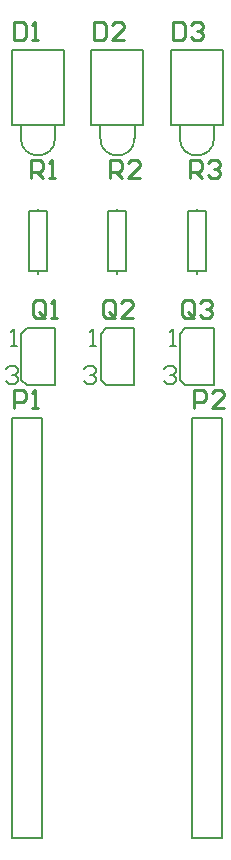
<source format=gto>
G04*
G04 #@! TF.GenerationSoftware,Altium Limited,Altium Designer,21.8.1 (53)*
G04*
G04 Layer_Color=65535*
%FSLAX43Y43*%
%MOMM*%
G71*
G04*
G04 #@! TF.SameCoordinates,630E7A8C-55E9-46A6-B004-597E04BA2369*
G04*
G04*
G04 #@! TF.FilePolarity,Positive*
G04*
G01*
G75*
%ADD10C,0.127*%
%ADD11C,0.200*%
%ADD12C,0.254*%
%ADD13C,0.150*%
D10*
X2111Y60032D02*
G03*
X5010Y60032I1450J0D01*
G01*
X8837D02*
G03*
X11737Y60032I1450J0D01*
G01*
X15564D02*
G03*
X18463Y60032I1450J0D01*
G01*
X1360Y67532D02*
X5760D01*
Y61132D02*
Y67532D01*
X1360Y61132D02*
X5760D01*
X1360D02*
Y67532D01*
X5010Y60032D02*
Y61132D01*
X2111Y60032D02*
Y61132D01*
X8087Y67532D02*
X12487D01*
Y61132D02*
Y67532D01*
X8087Y61132D02*
X12487D01*
X8087D02*
Y67532D01*
X11737Y60032D02*
Y61132D01*
X8837Y60032D02*
Y61132D01*
X14814Y67532D02*
X19213D01*
Y61132D02*
Y67532D01*
X14814Y61132D02*
X19213D01*
X14814D02*
Y67532D01*
X18463Y60032D02*
Y61132D01*
X15564Y60032D02*
Y61132D01*
D11*
X1397Y762D02*
X3937D01*
X1397D02*
Y36322D01*
X3937D01*
Y34417D02*
Y36322D01*
Y762D02*
Y34417D01*
X4971Y39129D02*
Y43929D01*
X2151Y39559D02*
Y43499D01*
X2591Y39129D02*
X4971D01*
X2591Y43929D02*
X4971D01*
X2151Y43499D02*
X2591Y43939D01*
X2151Y39559D02*
X2591Y39119D01*
X10287Y53848D02*
Y54077D01*
Y48539D02*
Y48768D01*
Y53848D02*
X11049D01*
Y48768D02*
Y53848D01*
X9525Y48768D02*
X11049D01*
X9525D02*
Y53848D01*
X10287D01*
X3560D02*
Y54077D01*
Y48539D02*
Y48768D01*
Y53848D02*
X4323D01*
Y48768D02*
Y53848D01*
X2799Y48768D02*
X4323D01*
X2799D02*
Y53848D01*
X3560D01*
X11697Y39129D02*
Y43929D01*
X8877Y39559D02*
Y43499D01*
X9317Y39129D02*
X11697D01*
X9317Y43929D02*
X11697D01*
X8877Y43499D02*
X9317Y43939D01*
X8877Y39559D02*
X9317Y39119D01*
X17014Y53848D02*
Y54077D01*
Y48539D02*
Y48768D01*
Y53848D02*
X17775D01*
Y48768D02*
Y53848D01*
X16251Y48768D02*
X17775D01*
X16251D02*
Y53848D01*
X17014D01*
X18424Y39129D02*
Y43929D01*
X15603Y39559D02*
Y43499D01*
X16044Y39129D02*
X18424D01*
X16044Y43929D02*
X18424D01*
X15603Y43499D02*
X16044Y43939D01*
X15603Y39559D02*
X16044Y39119D01*
X16637Y36322D02*
X19177D01*
Y762D02*
Y36322D01*
X16637Y762D02*
X19177D01*
X16637D02*
Y2667D01*
Y36322D01*
D12*
X1549Y37186D02*
Y38709D01*
X2311D01*
X2565Y38455D01*
Y37947D01*
X2311Y37693D01*
X1549D01*
X3073Y37186D02*
X3581D01*
X3327D01*
Y38709D01*
X3073Y38455D01*
X4191Y45085D02*
X4191Y46101D01*
X3937Y46355D01*
X3429Y46355D01*
X3175Y46101D01*
X3175Y45085D01*
X3429Y44831D01*
X3937Y44831D01*
X3683Y45339D02*
X4191Y44831D01*
X3937Y44831D02*
X4191Y45085D01*
X4699Y44831D02*
X5207Y44831D01*
X4953Y44831D01*
X4953Y46355D01*
X4699Y46101D01*
X9677Y56693D02*
Y58216D01*
X10439D01*
X10693Y57962D01*
Y57455D01*
X10439Y57201D01*
X9677D01*
X10185D02*
X10693Y56693D01*
X12217D02*
X11201D01*
X12217Y57708D01*
Y57962D01*
X11963Y58216D01*
X11455D01*
X11201Y57962D01*
X1554Y69875D02*
Y68351D01*
X2316D01*
X2570Y68605D01*
Y69621D01*
X2316Y69875D01*
X1554D01*
X3077Y68351D02*
X3585D01*
X3331D01*
Y69875D01*
X3077Y69621D01*
X8280Y69875D02*
Y68351D01*
X9042D01*
X9296Y68605D01*
Y69621D01*
X9042Y69875D01*
X8280D01*
X10820Y68351D02*
X9804D01*
X10820Y69367D01*
Y69621D01*
X10566Y69875D01*
X10058D01*
X9804Y69621D01*
X2951Y56693D02*
Y58216D01*
X3713D01*
X3967Y57962D01*
Y57455D01*
X3713Y57201D01*
X2951D01*
X3459D02*
X3967Y56693D01*
X4474D02*
X4982D01*
X4728D01*
Y58216D01*
X4474Y57962D01*
X10058Y45060D02*
Y46075D01*
X9804Y46329D01*
X9296D01*
X9042Y46075D01*
Y45060D01*
X9296Y44806D01*
X9804D01*
X9550Y45313D02*
X10058Y44806D01*
X9804D02*
X10058Y45060D01*
X11582Y44806D02*
X10566D01*
X11582Y45821D01*
Y46075D01*
X11328Y46329D01*
X10820D01*
X10566Y46075D01*
X15007Y69875D02*
Y68351D01*
X15769D01*
X16023Y68605D01*
Y69621D01*
X15769Y69875D01*
X15007D01*
X16530Y69621D02*
X16784Y69875D01*
X17292D01*
X17546Y69621D01*
Y69367D01*
X17292Y69113D01*
X17038D01*
X17292D01*
X17546Y68859D01*
Y68605D01*
X17292Y68351D01*
X16784D01*
X16530Y68605D01*
X16404Y56693D02*
Y58216D01*
X17166D01*
X17420Y57962D01*
Y57455D01*
X17166Y57201D01*
X16404D01*
X16912D02*
X17420Y56693D01*
X17927Y57962D02*
X18181Y58216D01*
X18689D01*
X18943Y57962D01*
Y57708D01*
X18689Y57455D01*
X18435D01*
X18689D01*
X18943Y57201D01*
Y56947D01*
X18689Y56693D01*
X18181D01*
X17927Y56947D01*
X16785Y45060D02*
Y46075D01*
X16531Y46329D01*
X16023D01*
X15769Y46075D01*
Y45060D01*
X16023Y44806D01*
X16531D01*
X16277Y45313D02*
X16785Y44806D01*
X16531D02*
X16785Y45060D01*
X17292Y46075D02*
X17546Y46329D01*
X18054D01*
X18308Y46075D01*
Y45821D01*
X18054Y45567D01*
X17800D01*
X18054D01*
X18308Y45313D01*
Y45060D01*
X18054Y44806D01*
X17546D01*
X17292Y45060D01*
X16789Y37186D02*
Y38709D01*
X17551D01*
X17805Y38455D01*
Y37947D01*
X17551Y37693D01*
X16789D01*
X19329Y37186D02*
X18313D01*
X19329Y38201D01*
Y38455D01*
X19075Y38709D01*
X18567D01*
X18313Y38455D01*
D13*
X889Y40493D02*
X1139Y40743D01*
X1639D01*
X1889Y40493D01*
Y40243D01*
X1639Y39993D01*
X1389D01*
X1639D01*
X1889Y39743D01*
Y39493D01*
X1639Y39243D01*
X1139D01*
X889Y39493D01*
X1270Y42418D02*
X1770D01*
X1520D01*
Y43918D01*
X1270Y43668D01*
X7493Y40493D02*
X7743Y40743D01*
X8243D01*
X8493Y40493D01*
Y40243D01*
X8243Y39993D01*
X7993D01*
X8243D01*
X8493Y39743D01*
Y39493D01*
X8243Y39243D01*
X7743D01*
X7493Y39493D01*
X8001Y42418D02*
X8501D01*
X8251D01*
Y43918D01*
X8001Y43668D01*
X14224Y40493D02*
X14474Y40743D01*
X14974D01*
X15224Y40493D01*
Y40243D01*
X14974Y39993D01*
X14724D01*
X14974D01*
X15224Y39743D01*
Y39493D01*
X14974Y39243D01*
X14474D01*
X14224Y39493D01*
X14732Y42418D02*
X15232D01*
X14982D01*
Y43918D01*
X14732Y43668D01*
M02*

</source>
